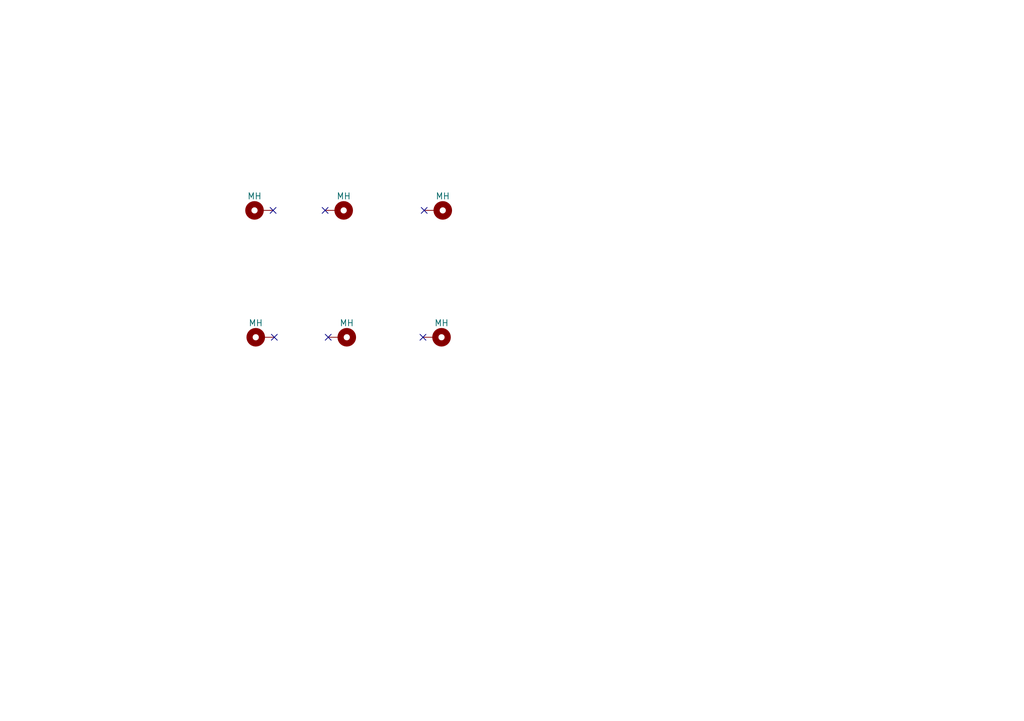
<source format=kicad_sch>
(kicad_sch (version 20211123) (generator eeschema)
  (paper "A5")
  (title_block (title "CamTrol V3.6") (date "2021-12-15"))
  (lib_symbols
    (symbol "Mechanical:MountingHole_Pad" (pin_numbers hide) (pin_names (offset 1.016) hide)
      (property "Reference" "H" (at 0 6.35 0))
      (property "Value" "MountingHole_Pad" (at 0 4.445 0))
      (symbol "MountingHole_Pad_0_1"
        (circle (center 0 1.27) (radius 1.27) (stroke (width 1.27)))
      )
      (symbol "MountingHole_Pad_1_1"
        (pin input line (at 0 -2.54 90) (length 2.54) (name "1") (number "1"))
      )
    )
  )
  (no_connect (at 67.31 69.215))
  (no_connect (at 66.675 43.18))
  (no_connect (at 86.741 69.215))
  (no_connect (at 56.007 43.18))
  (no_connect (at 56.261 69.215))
  (no_connect (at 86.995 43.18))
  (symbol (lib_id "Mechanical:MountingHole_Pad") (at 89.281 69.215 270) (unit 1)
    (property "Reference" "H10" (effects hide))
    (property "Value" "MH" (at 90.551 66.294 90))
    (property "Footprint" "Server.pretty:MountingHole_3.2mm_M3-pcb" (effects hide))
  )
  (symbol (lib_id "Mechanical:MountingHole_Pad") (at 69.85 69.215 270) (unit 1)
    (property "Reference" "H1" (effects hide))
    (property "Value" "MH" (at 71.12 66.294 90))
    (property "Footprint" "Server.pretty:MountingHole_3.2mm_M3-pcb" (effects hide))
  )
  (symbol (lib_id "Mechanical:MountingHole_Pad") (at 53.467 43.18 90) (mirror x) (unit 1)
    (property "Reference" "H4" (effects hide))
    (property "Value" "MH" (at 52.197 40.259 90))
    (property "Footprint" "Server.pretty:MountingHole_3.2mm_M3-pcb" (effects hide))
  )
  (symbol (lib_id "Mechanical:MountingHole_Pad") (at 53.721 69.215 90) (mirror x) (unit 1)
    (property "Reference" "H5" (effects hide))
    (property "Value" "MH" (at 52.451 66.294 90))
    (property "Footprint" "Server.pretty:MountingHole_3.2mm_M3-pcb" (effects hide))
  )
  (symbol (lib_id "Mechanical:MountingHole_Pad") (at 89.535 43.18 270) (unit 1)
    (property "Reference" "H11" (effects hide))
    (property "Value" "MH" (at 90.805 40.259 90))
    (property "Footprint" "Server.pretty:MountingHole_3.2mm_M3-pcb" (effects hide))
  )
  (symbol (lib_id "Mechanical:MountingHole_Pad") (at 69.215 43.18 270) (unit 1)
    (property "Reference" "H7" (effects hide))
    (property "Value" "MH" (at 70.485 40.259 90))
    (property "Footprint" "Server.pretty:MountingHole_3.2mm_M3-pcb" (effects hide))
  )
)
</source>
